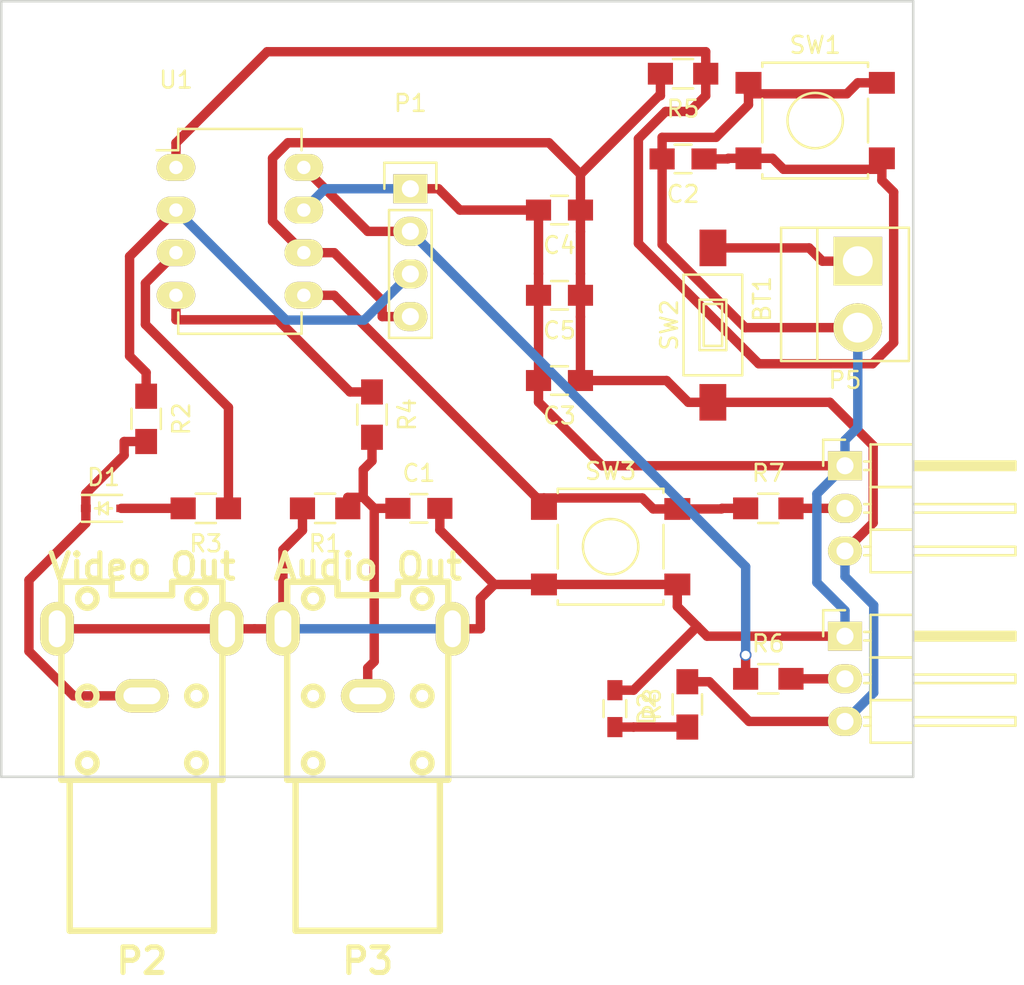
<source format=kicad_pcb>
(kicad_pcb (version 4) (host pcbnew 4.0.2-stable)

  (general
    (links 51)
    (no_connects 0)
    (area 130.480999 87.808999 191.904001 146.685)
    (thickness 1.6)
    (drawings 4)
    (tracks 164)
    (zones 0)
    (modules 25)
    (nets 16)
  )

  (page A4)
  (layers
    (0 F.Cu signal)
    (31 B.Cu signal)
    (32 B.Adhes user)
    (33 F.Adhes user)
    (34 B.Paste user)
    (35 F.Paste user)
    (36 B.SilkS user)
    (37 F.SilkS user)
    (38 B.Mask user)
    (39 F.Mask user)
    (40 Dwgs.User user)
    (41 Cmts.User user)
    (42 Eco1.User user)
    (43 Eco2.User user)
    (44 Edge.Cuts user)
    (45 Margin user)
    (46 B.CrtYd user)
    (47 F.CrtYd user)
    (48 B.Fab user)
    (49 F.Fab user)
  )

  (setup
    (last_trace_width 0.25)
    (trace_clearance 0.2)
    (zone_clearance 0.508)
    (zone_45_only no)
    (trace_min 0.2)
    (segment_width 0.2)
    (edge_width 0.15)
    (via_size 0.6)
    (via_drill 0.4)
    (via_min_size 0.4)
    (via_min_drill 0.3)
    (uvia_size 0.3)
    (uvia_drill 0.1)
    (uvias_allowed no)
    (uvia_min_size 0.2)
    (uvia_min_drill 0.1)
    (pcb_text_width 0.3)
    (pcb_text_size 1.5 1.5)
    (mod_edge_width 0.15)
    (mod_text_size 1 1)
    (mod_text_width 0.15)
    (pad_size 1.524 1.524)
    (pad_drill 0.762)
    (pad_to_mask_clearance 0.2)
    (aux_axis_origin 0 0)
    (visible_elements 7FFFFFFF)
    (pcbplotparams
      (layerselection 0x00030_80000001)
      (usegerberextensions false)
      (excludeedgelayer true)
      (linewidth 0.100000)
      (plotframeref false)
      (viasonmask false)
      (mode 1)
      (useauxorigin false)
      (hpglpennumber 1)
      (hpglpenspeed 20)
      (hpglpendiameter 15)
      (hpglpenoverlay 2)
      (psnegative false)
      (psa4output false)
      (plotreference true)
      (plotvalue true)
      (plotinvisibletext false)
      (padsonsilk false)
      (subtractmaskfromsilk false)
      (outputformat 1)
      (mirror false)
      (drillshape 1)
      (scaleselection 1)
      (outputdirectory ""))
  )

  (net 0 "")
  (net 1 "Net-(BT1-Pad1)")
  (net 2 GND)
  (net 3 "Net-(C1-Pad1)")
  (net 4 "Net-(C2-Pad1)")
  (net 5 VDD)
  (net 6 "Net-(D1-Pad1)")
  (net 7 "Net-(D1-Pad2)")
  (net 8 "Net-(D2-Pad2)")
  (net 9 /P1)
  (net 10 /DSYNC)
  (net 11 "Net-(P4-Pad2)")
  (net 12 "Net-(P5-Pad2)")
  (net 13 /DVIDEO)
  (net 14 /DAUDIO)
  (net 15 /P2)

  (net_class Default "This is the default net class."
    (clearance 0.2)
    (trace_width 0.25)
    (via_dia 0.6)
    (via_drill 0.4)
    (uvia_dia 0.3)
    (uvia_drill 0.1)
  )

  (net_class "Laser PCB" ""
    (clearance 0.381)
    (trace_width 0.5588)
    (via_dia 0.7)
    (via_drill 0.508)
    (uvia_dia 0.7)
    (uvia_drill 0.508)
    (add_net /DAUDIO)
    (add_net /DSYNC)
    (add_net /DVIDEO)
    (add_net /P1)
    (add_net /P2)
    (add_net GND)
    (add_net "Net-(BT1-Pad1)")
    (add_net "Net-(C1-Pad1)")
    (add_net "Net-(C2-Pad1)")
    (add_net "Net-(D1-Pad1)")
    (add_net "Net-(D1-Pad2)")
    (add_net "Net-(D2-Pad2)")
    (add_net "Net-(P4-Pad2)")
    (add_net "Net-(P5-Pad2)")
    (add_net VDD)
  )

  (module Pin_Headers:Pin_Header_Straight_1x02_Pitch3.96mm_Friction_Lock locked (layer F.Cu) (tedit 551E6FC5) (tstamp 570438F7)
    (at 181.61 103.378 270)
    (descr "Header Pin, Unshrouded, Friction Lock, Pitch 0.156\" (3.96mm)")
    (tags "Pin Header Straight 1x02 Pitch3.96mm 640445-2")
    (path /56FF4D0C)
    (fp_text reference BT1 (at 2.25 5.7 270) (layer F.SilkS)
      (effects (font (size 1 1) (thickness 0.15)))
    )
    (fp_text value Battery (at 2.45 -4.15 270) (layer F.Fab)
      (effects (font (size 1 1) (thickness 0.15)))
    )
    (fp_line (start -2.25 -3.3) (end 6.2 -3.3) (layer F.CrtYd) (width 0.05))
    (fp_line (start 6.2 -3.3) (end 6.2 4.85) (layer F.CrtYd) (width 0.05))
    (fp_line (start 6.2 4.85) (end -2.25 4.85) (layer F.CrtYd) (width 0.05))
    (fp_line (start -2.25 4.85) (end -2.25 -3.3) (layer F.CrtYd) (width 0.05))
    (fp_line (start -1.9939 -3.048) (end 5.9309 -3.048) (layer F.SilkS) (width 0.15))
    (fp_line (start -1.9939 4.572) (end 5.9309 4.572) (layer F.SilkS) (width 0.15))
    (fp_line (start -1.9939 2.413) (end 5.9309 2.413) (layer F.SilkS) (width 0.15))
    (fp_line (start 5.95 -3.048) (end 5.95 4.572) (layer F.SilkS) (width 0.15))
    (fp_line (start -1.9939 -3.048) (end -1.9939 4.572) (layer F.SilkS) (width 0.15))
    (pad 1 thru_hole rect (at 0 0 270) (size 2.9 2.9) (drill 1.78) (layers *.Cu *.Mask F.SilkS)
      (net 1 "Net-(BT1-Pad1)"))
    (pad 2 thru_hole circle (at 3.96 0 270) (size 2.9 2.9) (drill 1.78) (layers *.Cu *.Mask F.SilkS)
      (net 2 GND))
    (model Pin_Headers.3dshapes/Pin_Header_Straight_1x02_Pitch3.96mm_Friction_Lock.wrl
      (at (xyz 0.08 0 0.125))
      (scale (xyz 0.39 0.39 0.39))
      (rotate (xyz 0 0 180))
    )
  )

  (module Capacitors_SMD:C_0805_HandSoldering locked (layer F.Cu) (tedit 541A9B8D) (tstamp 570438FD)
    (at 155.448 118.11)
    (descr "Capacitor SMD 0805, hand soldering")
    (tags "capacitor 0805")
    (path /56FF1079)
    (attr smd)
    (fp_text reference C1 (at 0 -2.1) (layer F.SilkS)
      (effects (font (size 1 1) (thickness 0.15)))
    )
    (fp_text value 2.2n (at 0 2.1) (layer F.Fab)
      (effects (font (size 1 1) (thickness 0.15)))
    )
    (fp_line (start -2.3 -1) (end 2.3 -1) (layer F.CrtYd) (width 0.05))
    (fp_line (start -2.3 1) (end 2.3 1) (layer F.CrtYd) (width 0.05))
    (fp_line (start -2.3 -1) (end -2.3 1) (layer F.CrtYd) (width 0.05))
    (fp_line (start 2.3 -1) (end 2.3 1) (layer F.CrtYd) (width 0.05))
    (fp_line (start 0.5 -0.85) (end -0.5 -0.85) (layer F.SilkS) (width 0.15))
    (fp_line (start -0.5 0.85) (end 0.5 0.85) (layer F.SilkS) (width 0.15))
    (pad 1 smd rect (at -1.25 0) (size 1.5 1.25) (layers F.Cu F.Paste F.Mask)
      (net 3 "Net-(C1-Pad1)"))
    (pad 2 smd rect (at 1.25 0) (size 1.5 1.25) (layers F.Cu F.Paste F.Mask)
      (net 2 GND))
    (model Capacitors_SMD.3dshapes/C_0805_HandSoldering.wrl
      (at (xyz 0 0 0))
      (scale (xyz 1 1 1))
      (rotate (xyz 0 0 0))
    )
  )

  (module Capacitors_SMD:C_0805_HandSoldering placed (layer F.Cu) (tedit 541A9B8D) (tstamp 57043903)
    (at 171.196 97.282 180)
    (descr "Capacitor SMD 0805, hand soldering")
    (tags "capacitor 0805")
    (path /56FF55BE)
    (attr smd)
    (fp_text reference C2 (at 0 -2.1 180) (layer F.SilkS)
      (effects (font (size 1 1) (thickness 0.15)))
    )
    (fp_text value 100n (at 0 2.1 180) (layer F.Fab)
      (effects (font (size 1 1) (thickness 0.15)))
    )
    (fp_line (start -2.3 -1) (end 2.3 -1) (layer F.CrtYd) (width 0.05))
    (fp_line (start -2.3 1) (end 2.3 1) (layer F.CrtYd) (width 0.05))
    (fp_line (start -2.3 -1) (end -2.3 1) (layer F.CrtYd) (width 0.05))
    (fp_line (start 2.3 -1) (end 2.3 1) (layer F.CrtYd) (width 0.05))
    (fp_line (start 0.5 -0.85) (end -0.5 -0.85) (layer F.SilkS) (width 0.15))
    (fp_line (start -0.5 0.85) (end 0.5 0.85) (layer F.SilkS) (width 0.15))
    (pad 1 smd rect (at -1.25 0 180) (size 1.5 1.25) (layers F.Cu F.Paste F.Mask)
      (net 4 "Net-(C2-Pad1)"))
    (pad 2 smd rect (at 1.25 0 180) (size 1.5 1.25) (layers F.Cu F.Paste F.Mask)
      (net 2 GND))
    (model Capacitors_SMD.3dshapes/C_0805_HandSoldering.wrl
      (at (xyz 0 0 0))
      (scale (xyz 1 1 1))
      (rotate (xyz 0 0 0))
    )
  )

  (module Capacitors_SMD:C_0805_HandSoldering placed (layer F.Cu) (tedit 541A9B8D) (tstamp 57043909)
    (at 163.83 110.49 180)
    (descr "Capacitor SMD 0805, hand soldering")
    (tags "capacitor 0805")
    (path /57009B5C)
    (attr smd)
    (fp_text reference C3 (at 0 -2.1 180) (layer F.SilkS)
      (effects (font (size 1 1) (thickness 0.15)))
    )
    (fp_text value 100n (at 0 2.1 180) (layer F.Fab)
      (effects (font (size 1 1) (thickness 0.15)))
    )
    (fp_line (start -2.3 -1) (end 2.3 -1) (layer F.CrtYd) (width 0.05))
    (fp_line (start -2.3 1) (end 2.3 1) (layer F.CrtYd) (width 0.05))
    (fp_line (start -2.3 -1) (end -2.3 1) (layer F.CrtYd) (width 0.05))
    (fp_line (start 2.3 -1) (end 2.3 1) (layer F.CrtYd) (width 0.05))
    (fp_line (start 0.5 -0.85) (end -0.5 -0.85) (layer F.SilkS) (width 0.15))
    (fp_line (start -0.5 0.85) (end 0.5 0.85) (layer F.SilkS) (width 0.15))
    (pad 1 smd rect (at -1.25 0 180) (size 1.5 1.25) (layers F.Cu F.Paste F.Mask)
      (net 5 VDD))
    (pad 2 smd rect (at 1.25 0 180) (size 1.5 1.25) (layers F.Cu F.Paste F.Mask)
      (net 2 GND))
    (model Capacitors_SMD.3dshapes/C_0805_HandSoldering.wrl
      (at (xyz 0 0 0))
      (scale (xyz 1 1 1))
      (rotate (xyz 0 0 0))
    )
  )

  (module Capacitors_SMD:C_0805_HandSoldering placed (layer F.Cu) (tedit 541A9B8D) (tstamp 5704390F)
    (at 163.83 100.33 180)
    (descr "Capacitor SMD 0805, hand soldering")
    (tags "capacitor 0805")
    (path /57009D53)
    (attr smd)
    (fp_text reference C4 (at 0 -2.1 180) (layer F.SilkS)
      (effects (font (size 1 1) (thickness 0.15)))
    )
    (fp_text value 100n (at 0 2.1 180) (layer F.Fab)
      (effects (font (size 1 1) (thickness 0.15)))
    )
    (fp_line (start -2.3 -1) (end 2.3 -1) (layer F.CrtYd) (width 0.05))
    (fp_line (start -2.3 1) (end 2.3 1) (layer F.CrtYd) (width 0.05))
    (fp_line (start -2.3 -1) (end -2.3 1) (layer F.CrtYd) (width 0.05))
    (fp_line (start 2.3 -1) (end 2.3 1) (layer F.CrtYd) (width 0.05))
    (fp_line (start 0.5 -0.85) (end -0.5 -0.85) (layer F.SilkS) (width 0.15))
    (fp_line (start -0.5 0.85) (end 0.5 0.85) (layer F.SilkS) (width 0.15))
    (pad 1 smd rect (at -1.25 0 180) (size 1.5 1.25) (layers F.Cu F.Paste F.Mask)
      (net 5 VDD))
    (pad 2 smd rect (at 1.25 0 180) (size 1.5 1.25) (layers F.Cu F.Paste F.Mask)
      (net 2 GND))
    (model Capacitors_SMD.3dshapes/C_0805_HandSoldering.wrl
      (at (xyz 0 0 0))
      (scale (xyz 1 1 1))
      (rotate (xyz 0 0 0))
    )
  )

  (module Capacitors_SMD:C_0805_HandSoldering (layer F.Cu) (tedit 541A9B8D) (tstamp 57043915)
    (at 163.83 105.41 180)
    (descr "Capacitor SMD 0805, hand soldering")
    (tags "capacitor 0805")
    (path /56FF44CF)
    (attr smd)
    (fp_text reference C5 (at 0 -2.1 180) (layer F.SilkS)
      (effects (font (size 1 1) (thickness 0.15)))
    )
    (fp_text value 100n (at 0 2.1 180) (layer F.Fab)
      (effects (font (size 1 1) (thickness 0.15)))
    )
    (fp_line (start -2.3 -1) (end 2.3 -1) (layer F.CrtYd) (width 0.05))
    (fp_line (start -2.3 1) (end 2.3 1) (layer F.CrtYd) (width 0.05))
    (fp_line (start -2.3 -1) (end -2.3 1) (layer F.CrtYd) (width 0.05))
    (fp_line (start 2.3 -1) (end 2.3 1) (layer F.CrtYd) (width 0.05))
    (fp_line (start 0.5 -0.85) (end -0.5 -0.85) (layer F.SilkS) (width 0.15))
    (fp_line (start -0.5 0.85) (end 0.5 0.85) (layer F.SilkS) (width 0.15))
    (pad 1 smd rect (at -1.25 0 180) (size 1.5 1.25) (layers F.Cu F.Paste F.Mask)
      (net 5 VDD))
    (pad 2 smd rect (at 1.25 0 180) (size 1.5 1.25) (layers F.Cu F.Paste F.Mask)
      (net 2 GND))
    (model Capacitors_SMD.3dshapes/C_0805_HandSoldering.wrl
      (at (xyz 0 0 0))
      (scale (xyz 1 1 1))
      (rotate (xyz 0 0 0))
    )
  )

  (module Diodes_SMD:SOD-323 locked (layer F.Cu) (tedit 5530FC5E) (tstamp 5704391B)
    (at 136.652 118.11)
    (descr SOD-323)
    (tags SOD-323)
    (path /56FF19F2)
    (attr smd)
    (fp_text reference D1 (at 0 -1.85) (layer F.SilkS)
      (effects (font (size 1 1) (thickness 0.15)))
    )
    (fp_text value BAS70JFILM (at 0.1 1.9) (layer F.Fab)
      (effects (font (size 1 1) (thickness 0.15)))
    )
    (fp_line (start 0.25 0) (end 0.5 0) (layer F.SilkS) (width 0.15))
    (fp_line (start -0.25 0) (end -0.5 0) (layer F.SilkS) (width 0.15))
    (fp_line (start -0.25 0) (end 0.25 -0.35) (layer F.SilkS) (width 0.15))
    (fp_line (start 0.25 -0.35) (end 0.25 0.35) (layer F.SilkS) (width 0.15))
    (fp_line (start 0.25 0.35) (end -0.25 0) (layer F.SilkS) (width 0.15))
    (fp_line (start -0.25 -0.35) (end -0.25 0.35) (layer F.SilkS) (width 0.15))
    (fp_line (start -1.5 -0.95) (end 1.5 -0.95) (layer F.CrtYd) (width 0.05))
    (fp_line (start 1.5 -0.95) (end 1.5 0.95) (layer F.CrtYd) (width 0.05))
    (fp_line (start -1.5 0.95) (end 1.5 0.95) (layer F.CrtYd) (width 0.05))
    (fp_line (start -1.5 -0.95) (end -1.5 0.95) (layer F.CrtYd) (width 0.05))
    (fp_line (start -1.3 0.8) (end 1.1 0.8) (layer F.SilkS) (width 0.15))
    (fp_line (start -1.3 -0.8) (end 1.1 -0.8) (layer F.SilkS) (width 0.15))
    (pad 1 smd rect (at -1.055 0) (size 0.59 0.45) (layers F.Cu F.Paste F.Mask)
      (net 6 "Net-(D1-Pad1)"))
    (pad 2 smd rect (at 1.055 0) (size 0.59 0.45) (layers F.Cu F.Paste F.Mask)
      (net 7 "Net-(D1-Pad2)"))
  )

  (module Resistors_SMD:R_0603_HandSoldering placed (layer F.Cu) (tedit 5418A00F) (tstamp 57043921)
    (at 167.132 130.048 270)
    (descr "Resistor SMD 0603, hand soldering")
    (tags "resistor 0603")
    (path /57009AEB)
    (attr smd)
    (fp_text reference D2 (at 0 -1.9 270) (layer F.SilkS)
      (effects (font (size 1 1) (thickness 0.15)))
    )
    (fp_text value "PWR LED" (at 0 1.9 270) (layer F.Fab)
      (effects (font (size 1 1) (thickness 0.15)))
    )
    (fp_line (start -2 -0.8) (end 2 -0.8) (layer F.CrtYd) (width 0.05))
    (fp_line (start -2 0.8) (end 2 0.8) (layer F.CrtYd) (width 0.05))
    (fp_line (start -2 -0.8) (end -2 0.8) (layer F.CrtYd) (width 0.05))
    (fp_line (start 2 -0.8) (end 2 0.8) (layer F.CrtYd) (width 0.05))
    (fp_line (start 0.5 0.675) (end -0.5 0.675) (layer F.SilkS) (width 0.15))
    (fp_line (start -0.5 -0.675) (end 0.5 -0.675) (layer F.SilkS) (width 0.15))
    (pad 1 smd rect (at -1.1 0 270) (size 1.2 0.9) (layers F.Cu F.Paste F.Mask)
      (net 2 GND))
    (pad 2 smd rect (at 1.1 0 270) (size 1.2 0.9) (layers F.Cu F.Paste F.Mask)
      (net 8 "Net-(D2-Pad2)"))
    (model Resistors_SMD.3dshapes/R_0603_HandSoldering.wrl
      (at (xyz 0 0 0))
      (scale (xyz 1 1 1))
      (rotate (xyz 0 0 0))
    )
  )

  (module Pin_Headers:Pin_Header_Angled_1x03 locked (layer F.Cu) (tedit 0) (tstamp 5704393E)
    (at 180.848 125.73)
    (descr "Through hole pin header")
    (tags "pin header")
    (path /56FF2CB4)
    (fp_text reference P4 (at 0 -5.1) (layer F.SilkS)
      (effects (font (size 1 1) (thickness 0.15)))
    )
    (fp_text value "Paddle 1" (at 0 -3.1) (layer F.Fab)
      (effects (font (size 1 1) (thickness 0.15)))
    )
    (fp_line (start -1.5 -1.75) (end -1.5 6.85) (layer F.CrtYd) (width 0.05))
    (fp_line (start 10.65 -1.75) (end 10.65 6.85) (layer F.CrtYd) (width 0.05))
    (fp_line (start -1.5 -1.75) (end 10.65 -1.75) (layer F.CrtYd) (width 0.05))
    (fp_line (start -1.5 6.85) (end 10.65 6.85) (layer F.CrtYd) (width 0.05))
    (fp_line (start -1.3 -1.55) (end -1.3 0) (layer F.SilkS) (width 0.15))
    (fp_line (start 0 -1.55) (end -1.3 -1.55) (layer F.SilkS) (width 0.15))
    (fp_line (start 4.191 -0.127) (end 10.033 -0.127) (layer F.SilkS) (width 0.15))
    (fp_line (start 10.033 -0.127) (end 10.033 0.127) (layer F.SilkS) (width 0.15))
    (fp_line (start 10.033 0.127) (end 4.191 0.127) (layer F.SilkS) (width 0.15))
    (fp_line (start 4.191 0.127) (end 4.191 0) (layer F.SilkS) (width 0.15))
    (fp_line (start 4.191 0) (end 10.033 0) (layer F.SilkS) (width 0.15))
    (fp_line (start 1.524 -0.254) (end 1.143 -0.254) (layer F.SilkS) (width 0.15))
    (fp_line (start 1.524 0.254) (end 1.143 0.254) (layer F.SilkS) (width 0.15))
    (fp_line (start 1.524 2.286) (end 1.143 2.286) (layer F.SilkS) (width 0.15))
    (fp_line (start 1.524 2.794) (end 1.143 2.794) (layer F.SilkS) (width 0.15))
    (fp_line (start 1.524 4.826) (end 1.143 4.826) (layer F.SilkS) (width 0.15))
    (fp_line (start 1.524 5.334) (end 1.143 5.334) (layer F.SilkS) (width 0.15))
    (fp_line (start 4.064 1.27) (end 4.064 -1.27) (layer F.SilkS) (width 0.15))
    (fp_line (start 10.16 0.254) (end 4.064 0.254) (layer F.SilkS) (width 0.15))
    (fp_line (start 10.16 -0.254) (end 10.16 0.254) (layer F.SilkS) (width 0.15))
    (fp_line (start 4.064 -0.254) (end 10.16 -0.254) (layer F.SilkS) (width 0.15))
    (fp_line (start 1.524 1.27) (end 4.064 1.27) (layer F.SilkS) (width 0.15))
    (fp_line (start 1.524 -1.27) (end 1.524 1.27) (layer F.SilkS) (width 0.15))
    (fp_line (start 1.524 -1.27) (end 4.064 -1.27) (layer F.SilkS) (width 0.15))
    (fp_line (start 1.524 3.81) (end 4.064 3.81) (layer F.SilkS) (width 0.15))
    (fp_line (start 1.524 3.81) (end 1.524 6.35) (layer F.SilkS) (width 0.15))
    (fp_line (start 4.064 4.826) (end 10.16 4.826) (layer F.SilkS) (width 0.15))
    (fp_line (start 10.16 4.826) (end 10.16 5.334) (layer F.SilkS) (width 0.15))
    (fp_line (start 10.16 5.334) (end 4.064 5.334) (layer F.SilkS) (width 0.15))
    (fp_line (start 4.064 6.35) (end 4.064 3.81) (layer F.SilkS) (width 0.15))
    (fp_line (start 4.064 3.81) (end 4.064 1.27) (layer F.SilkS) (width 0.15))
    (fp_line (start 10.16 2.794) (end 4.064 2.794) (layer F.SilkS) (width 0.15))
    (fp_line (start 10.16 2.286) (end 10.16 2.794) (layer F.SilkS) (width 0.15))
    (fp_line (start 4.064 2.286) (end 10.16 2.286) (layer F.SilkS) (width 0.15))
    (fp_line (start 1.524 3.81) (end 4.064 3.81) (layer F.SilkS) (width 0.15))
    (fp_line (start 1.524 1.27) (end 1.524 3.81) (layer F.SilkS) (width 0.15))
    (fp_line (start 1.524 1.27) (end 4.064 1.27) (layer F.SilkS) (width 0.15))
    (fp_line (start 1.524 6.35) (end 4.064 6.35) (layer F.SilkS) (width 0.15))
    (pad 1 thru_hole rect (at 0 0) (size 2.032 1.7272) (drill 1.016) (layers *.Cu *.Mask F.SilkS)
      (net 2 GND))
    (pad 2 thru_hole oval (at 0 2.54) (size 2.032 1.7272) (drill 1.016) (layers *.Cu *.Mask F.SilkS)
      (net 11 "Net-(P4-Pad2)"))
    (pad 3 thru_hole oval (at 0 5.08) (size 2.032 1.7272) (drill 1.016) (layers *.Cu *.Mask F.SilkS)
      (net 5 VDD))
    (model Pin_Headers.3dshapes/Pin_Header_Angled_1x03.wrl
      (at (xyz 0 -0.1 0))
      (scale (xyz 1 1 1))
      (rotate (xyz 0 0 90))
    )
  )

  (module Pin_Headers:Pin_Header_Angled_1x03 locked (layer F.Cu) (tedit 0) (tstamp 57043945)
    (at 180.848 115.57)
    (descr "Through hole pin header")
    (tags "pin header")
    (path /56FF2D0F)
    (fp_text reference P5 (at 0 -5.1) (layer F.SilkS)
      (effects (font (size 1 1) (thickness 0.15)))
    )
    (fp_text value "Paddle 2" (at 0 -3.1) (layer F.Fab)
      (effects (font (size 1 1) (thickness 0.15)))
    )
    (fp_line (start -1.5 -1.75) (end -1.5 6.85) (layer F.CrtYd) (width 0.05))
    (fp_line (start 10.65 -1.75) (end 10.65 6.85) (layer F.CrtYd) (width 0.05))
    (fp_line (start -1.5 -1.75) (end 10.65 -1.75) (layer F.CrtYd) (width 0.05))
    (fp_line (start -1.5 6.85) (end 10.65 6.85) (layer F.CrtYd) (width 0.05))
    (fp_line (start -1.3 -1.55) (end -1.3 0) (layer F.SilkS) (width 0.15))
    (fp_line (start 0 -1.55) (end -1.3 -1.55) (layer F.SilkS) (width 0.15))
    (fp_line (start 4.191 -0.127) (end 10.033 -0.127) (layer F.SilkS) (width 0.15))
    (fp_line (start 10.033 -0.127) (end 10.033 0.127) (layer F.SilkS) (width 0.15))
    (fp_line (start 10.033 0.127) (end 4.191 0.127) (layer F.SilkS) (width 0.15))
    (fp_line (start 4.191 0.127) (end 4.191 0) (layer F.SilkS) (width 0.15))
    (fp_line (start 4.191 0) (end 10.033 0) (layer F.SilkS) (width 0.15))
    (fp_line (start 1.524 -0.254) (end 1.143 -0.254) (layer F.SilkS) (width 0.15))
    (fp_line (start 1.524 0.254) (end 1.143 0.254) (layer F.SilkS) (width 0.15))
    (fp_line (start 1.524 2.286) (end 1.143 2.286) (layer F.SilkS) (width 0.15))
    (fp_line (start 1.524 2.794) (end 1.143 2.794) (layer F.SilkS) (width 0.15))
    (fp_line (start 1.524 4.826) (end 1.143 4.826) (layer F.SilkS) (width 0.15))
    (fp_line (start 1.524 5.334) (end 1.143 5.334) (layer F.SilkS) (width 0.15))
    (fp_line (start 4.064 1.27) (end 4.064 -1.27) (layer F.SilkS) (width 0.15))
    (fp_line (start 10.16 0.254) (end 4.064 0.254) (layer F.SilkS) (width 0.15))
    (fp_line (start 10.16 -0.254) (end 10.16 0.254) (layer F.SilkS) (width 0.15))
    (fp_line (start 4.064 -0.254) (end 10.16 -0.254) (layer F.SilkS) (width 0.15))
    (fp_line (start 1.524 1.27) (end 4.064 1.27) (layer F.SilkS) (width 0.15))
    (fp_line (start 1.524 -1.27) (end 1.524 1.27) (layer F.SilkS) (width 0.15))
    (fp_line (start 1.524 -1.27) (end 4.064 -1.27) (layer F.SilkS) (width 0.15))
    (fp_line (start 1.524 3.81) (end 4.064 3.81) (layer F.SilkS) (width 0.15))
    (fp_line (start 1.524 3.81) (end 1.524 6.35) (layer F.SilkS) (width 0.15))
    (fp_line (start 4.064 4.826) (end 10.16 4.826) (layer F.SilkS) (width 0.15))
    (fp_line (start 10.16 4.826) (end 10.16 5.334) (layer F.SilkS) (width 0.15))
    (fp_line (start 10.16 5.334) (end 4.064 5.334) (layer F.SilkS) (width 0.15))
    (fp_line (start 4.064 6.35) (end 4.064 3.81) (layer F.SilkS) (width 0.15))
    (fp_line (start 4.064 3.81) (end 4.064 1.27) (layer F.SilkS) (width 0.15))
    (fp_line (start 10.16 2.794) (end 4.064 2.794) (layer F.SilkS) (width 0.15))
    (fp_line (start 10.16 2.286) (end 10.16 2.794) (layer F.SilkS) (width 0.15))
    (fp_line (start 4.064 2.286) (end 10.16 2.286) (layer F.SilkS) (width 0.15))
    (fp_line (start 1.524 3.81) (end 4.064 3.81) (layer F.SilkS) (width 0.15))
    (fp_line (start 1.524 1.27) (end 1.524 3.81) (layer F.SilkS) (width 0.15))
    (fp_line (start 1.524 1.27) (end 4.064 1.27) (layer F.SilkS) (width 0.15))
    (fp_line (start 1.524 6.35) (end 4.064 6.35) (layer F.SilkS) (width 0.15))
    (pad 1 thru_hole rect (at 0 0) (size 2.032 1.7272) (drill 1.016) (layers *.Cu *.Mask F.SilkS)
      (net 2 GND))
    (pad 2 thru_hole oval (at 0 2.54) (size 2.032 1.7272) (drill 1.016) (layers *.Cu *.Mask F.SilkS)
      (net 12 "Net-(P5-Pad2)"))
    (pad 3 thru_hole oval (at 0 5.08) (size 2.032 1.7272) (drill 1.016) (layers *.Cu *.Mask F.SilkS)
      (net 5 VDD))
    (model Pin_Headers.3dshapes/Pin_Header_Angled_1x03.wrl
      (at (xyz 0 -0.1 0))
      (scale (xyz 1 1 1))
      (rotate (xyz 0 0 90))
    )
  )

  (module Resistors_SMD:R_0805_HandSoldering locked (layer F.Cu) (tedit 54189DEE) (tstamp 5704394B)
    (at 149.86 118.11 180)
    (descr "Resistor SMD 0805, hand soldering")
    (tags "resistor 0805")
    (path /56FF0FE3)
    (attr smd)
    (fp_text reference R1 (at 0 -2.1 180) (layer F.SilkS)
      (effects (font (size 1 1) (thickness 0.15)))
    )
    (fp_text value 620R (at 0 2.1 180) (layer F.Fab)
      (effects (font (size 1 1) (thickness 0.15)))
    )
    (fp_line (start -2.4 -1) (end 2.4 -1) (layer F.CrtYd) (width 0.05))
    (fp_line (start -2.4 1) (end 2.4 1) (layer F.CrtYd) (width 0.05))
    (fp_line (start -2.4 -1) (end -2.4 1) (layer F.CrtYd) (width 0.05))
    (fp_line (start 2.4 -1) (end 2.4 1) (layer F.CrtYd) (width 0.05))
    (fp_line (start 0.6 0.875) (end -0.6 0.875) (layer F.SilkS) (width 0.15))
    (fp_line (start -0.6 -0.875) (end 0.6 -0.875) (layer F.SilkS) (width 0.15))
    (pad 1 smd rect (at -1.35 0 180) (size 1.5 1.3) (layers F.Cu F.Paste F.Mask)
      (net 3 "Net-(C1-Pad1)"))
    (pad 2 smd rect (at 1.35 0 180) (size 1.5 1.3) (layers F.Cu F.Paste F.Mask)
      (net 2 GND))
    (model Resistors_SMD.3dshapes/R_0805_HandSoldering.wrl
      (at (xyz 0 0 0))
      (scale (xyz 1 1 1))
      (rotate (xyz 0 0 0))
    )
  )

  (module Resistors_SMD:R_0805_HandSoldering locked (layer F.Cu) (tedit 54189DEE) (tstamp 57043951)
    (at 139.192 112.776 270)
    (descr "Resistor SMD 0805, hand soldering")
    (tags "resistor 0805")
    (path /56FF1929)
    (attr smd)
    (fp_text reference R2 (at 0 -2.1 270) (layer F.SilkS)
      (effects (font (size 1 1) (thickness 0.15)))
    )
    (fp_text value 680R (at 0 2.1 270) (layer F.Fab)
      (effects (font (size 1 1) (thickness 0.15)))
    )
    (fp_line (start -2.4 -1) (end 2.4 -1) (layer F.CrtYd) (width 0.05))
    (fp_line (start -2.4 1) (end 2.4 1) (layer F.CrtYd) (width 0.05))
    (fp_line (start -2.4 -1) (end -2.4 1) (layer F.CrtYd) (width 0.05))
    (fp_line (start 2.4 -1) (end 2.4 1) (layer F.CrtYd) (width 0.05))
    (fp_line (start 0.6 0.875) (end -0.6 0.875) (layer F.SilkS) (width 0.15))
    (fp_line (start -0.6 -0.875) (end 0.6 -0.875) (layer F.SilkS) (width 0.15))
    (pad 1 smd rect (at -1.35 0 270) (size 1.5 1.3) (layers F.Cu F.Paste F.Mask)
      (net 10 /DSYNC))
    (pad 2 smd rect (at 1.35 0 270) (size 1.5 1.3) (layers F.Cu F.Paste F.Mask)
      (net 6 "Net-(D1-Pad1)"))
    (model Resistors_SMD.3dshapes/R_0805_HandSoldering.wrl
      (at (xyz 0 0 0))
      (scale (xyz 1 1 1))
      (rotate (xyz 0 0 0))
    )
  )

  (module Resistors_SMD:R_0805_HandSoldering locked (layer F.Cu) (tedit 54189DEE) (tstamp 57043957)
    (at 142.748 118.11 180)
    (descr "Resistor SMD 0805, hand soldering")
    (tags "resistor 0805")
    (path /56FF1C44)
    (attr smd)
    (fp_text reference R3 (at 0 -2.1 180) (layer F.SilkS)
      (effects (font (size 1 1) (thickness 0.15)))
    )
    (fp_text value 120R (at 0 2.1 180) (layer F.Fab)
      (effects (font (size 1 1) (thickness 0.15)))
    )
    (fp_line (start -2.4 -1) (end 2.4 -1) (layer F.CrtYd) (width 0.05))
    (fp_line (start -2.4 1) (end 2.4 1) (layer F.CrtYd) (width 0.05))
    (fp_line (start -2.4 -1) (end -2.4 1) (layer F.CrtYd) (width 0.05))
    (fp_line (start 2.4 -1) (end 2.4 1) (layer F.CrtYd) (width 0.05))
    (fp_line (start 0.6 0.875) (end -0.6 0.875) (layer F.SilkS) (width 0.15))
    (fp_line (start -0.6 -0.875) (end 0.6 -0.875) (layer F.SilkS) (width 0.15))
    (pad 1 smd rect (at -1.35 0 180) (size 1.5 1.3) (layers F.Cu F.Paste F.Mask)
      (net 13 /DVIDEO))
    (pad 2 smd rect (at 1.35 0 180) (size 1.5 1.3) (layers F.Cu F.Paste F.Mask)
      (net 7 "Net-(D1-Pad2)"))
    (model Resistors_SMD.3dshapes/R_0805_HandSoldering.wrl
      (at (xyz 0 0 0))
      (scale (xyz 1 1 1))
      (rotate (xyz 0 0 0))
    )
  )

  (module Resistors_SMD:R_0805_HandSoldering locked (layer F.Cu) (tedit 54189DEE) (tstamp 5704395D)
    (at 152.654 112.522 270)
    (descr "Resistor SMD 0805, hand soldering")
    (tags "resistor 0805")
    (path /56FF1496)
    (attr smd)
    (fp_text reference R4 (at 0 -2.1 270) (layer F.SilkS)
      (effects (font (size 1 1) (thickness 0.15)))
    )
    (fp_text value 10K (at 0 2.1 270) (layer F.Fab)
      (effects (font (size 1 1) (thickness 0.15)))
    )
    (fp_line (start -2.4 -1) (end 2.4 -1) (layer F.CrtYd) (width 0.05))
    (fp_line (start -2.4 1) (end 2.4 1) (layer F.CrtYd) (width 0.05))
    (fp_line (start -2.4 -1) (end -2.4 1) (layer F.CrtYd) (width 0.05))
    (fp_line (start 2.4 -1) (end 2.4 1) (layer F.CrtYd) (width 0.05))
    (fp_line (start 0.6 0.875) (end -0.6 0.875) (layer F.SilkS) (width 0.15))
    (fp_line (start -0.6 -0.875) (end 0.6 -0.875) (layer F.SilkS) (width 0.15))
    (pad 1 smd rect (at -1.35 0 270) (size 1.5 1.3) (layers F.Cu F.Paste F.Mask)
      (net 14 /DAUDIO))
    (pad 2 smd rect (at 1.35 0 270) (size 1.5 1.3) (layers F.Cu F.Paste F.Mask)
      (net 3 "Net-(C1-Pad1)"))
    (model Resistors_SMD.3dshapes/R_0805_HandSoldering.wrl
      (at (xyz 0 0 0))
      (scale (xyz 1 1 1))
      (rotate (xyz 0 0 0))
    )
  )

  (module Resistors_SMD:R_0805_HandSoldering placed (layer F.Cu) (tedit 54189DEE) (tstamp 57043963)
    (at 171.196 92.202 180)
    (descr "Resistor SMD 0805, hand soldering")
    (tags "resistor 0805")
    (path /56FF570E)
    (attr smd)
    (fp_text reference R5 (at 0 -2.1 180) (layer F.SilkS)
      (effects (font (size 1 1) (thickness 0.15)))
    )
    (fp_text value 10K (at 0 2.1 180) (layer F.Fab)
      (effects (font (size 1 1) (thickness 0.15)))
    )
    (fp_line (start -2.4 -1) (end 2.4 -1) (layer F.CrtYd) (width 0.05))
    (fp_line (start -2.4 1) (end 2.4 1) (layer F.CrtYd) (width 0.05))
    (fp_line (start -2.4 -1) (end -2.4 1) (layer F.CrtYd) (width 0.05))
    (fp_line (start 2.4 -1) (end 2.4 1) (layer F.CrtYd) (width 0.05))
    (fp_line (start 0.6 0.875) (end -0.6 0.875) (layer F.SilkS) (width 0.15))
    (fp_line (start -0.6 -0.875) (end 0.6 -0.875) (layer F.SilkS) (width 0.15))
    (pad 1 smd rect (at -1.35 0 180) (size 1.5 1.3) (layers F.Cu F.Paste F.Mask)
      (net 4 "Net-(C2-Pad1)"))
    (pad 2 smd rect (at 1.35 0 180) (size 1.5 1.3) (layers F.Cu F.Paste F.Mask)
      (net 5 VDD))
    (model Resistors_SMD.3dshapes/R_0805_HandSoldering.wrl
      (at (xyz 0 0 0))
      (scale (xyz 1 1 1))
      (rotate (xyz 0 0 0))
    )
  )

  (module Resistors_SMD:R_0805_HandSoldering locked (layer F.Cu) (tedit 54189DEE) (tstamp 57043969)
    (at 176.276 128.27)
    (descr "Resistor SMD 0805, hand soldering")
    (tags "resistor 0805")
    (path /56FF3B31)
    (attr smd)
    (fp_text reference R6 (at 0 -2.1) (layer F.SilkS)
      (effects (font (size 1 1) (thickness 0.15)))
    )
    (fp_text value 1K (at 0 2.1) (layer F.Fab)
      (effects (font (size 1 1) (thickness 0.15)))
    )
    (fp_line (start -2.4 -1) (end 2.4 -1) (layer F.CrtYd) (width 0.05))
    (fp_line (start -2.4 1) (end 2.4 1) (layer F.CrtYd) (width 0.05))
    (fp_line (start -2.4 -1) (end -2.4 1) (layer F.CrtYd) (width 0.05))
    (fp_line (start 2.4 -1) (end 2.4 1) (layer F.CrtYd) (width 0.05))
    (fp_line (start 0.6 0.875) (end -0.6 0.875) (layer F.SilkS) (width 0.15))
    (fp_line (start -0.6 -0.875) (end 0.6 -0.875) (layer F.SilkS) (width 0.15))
    (pad 1 smd rect (at -1.35 0) (size 1.5 1.3) (layers F.Cu F.Paste F.Mask)
      (net 9 /P1))
    (pad 2 smd rect (at 1.35 0) (size 1.5 1.3) (layers F.Cu F.Paste F.Mask)
      (net 11 "Net-(P4-Pad2)"))
    (model Resistors_SMD.3dshapes/R_0805_HandSoldering.wrl
      (at (xyz 0 0 0))
      (scale (xyz 1 1 1))
      (rotate (xyz 0 0 0))
    )
  )

  (module Resistors_SMD:R_0805_HandSoldering locked (layer F.Cu) (tedit 54189DEE) (tstamp 5704396F)
    (at 176.276 118.11)
    (descr "Resistor SMD 0805, hand soldering")
    (tags "resistor 0805")
    (path /56FF39AE)
    (attr smd)
    (fp_text reference R7 (at 0 -2.1) (layer F.SilkS)
      (effects (font (size 1 1) (thickness 0.15)))
    )
    (fp_text value 1K (at 0 2.1) (layer F.Fab)
      (effects (font (size 1 1) (thickness 0.15)))
    )
    (fp_line (start -2.4 -1) (end 2.4 -1) (layer F.CrtYd) (width 0.05))
    (fp_line (start -2.4 1) (end 2.4 1) (layer F.CrtYd) (width 0.05))
    (fp_line (start -2.4 -1) (end -2.4 1) (layer F.CrtYd) (width 0.05))
    (fp_line (start 2.4 -1) (end 2.4 1) (layer F.CrtYd) (width 0.05))
    (fp_line (start 0.6 0.875) (end -0.6 0.875) (layer F.SilkS) (width 0.15))
    (fp_line (start -0.6 -0.875) (end 0.6 -0.875) (layer F.SilkS) (width 0.15))
    (pad 1 smd rect (at -1.35 0) (size 1.5 1.3) (layers F.Cu F.Paste F.Mask)
      (net 15 /P2))
    (pad 2 smd rect (at 1.35 0) (size 1.5 1.3) (layers F.Cu F.Paste F.Mask)
      (net 12 "Net-(P5-Pad2)"))
    (model Resistors_SMD.3dshapes/R_0805_HandSoldering.wrl
      (at (xyz 0 0 0))
      (scale (xyz 1 1 1))
      (rotate (xyz 0 0 0))
    )
  )

  (module Resistors_SMD:R_0805_HandSoldering placed (layer F.Cu) (tedit 54189DEE) (tstamp 57043975)
    (at 171.45 129.794 90)
    (descr "Resistor SMD 0805, hand soldering")
    (tags "resistor 0805")
    (path /5700A2E6)
    (attr smd)
    (fp_text reference R8 (at 0 -2.1 90) (layer F.SilkS)
      (effects (font (size 1 1) (thickness 0.15)))
    )
    (fp_text value 120R (at 0 2.1 90) (layer F.Fab)
      (effects (font (size 1 1) (thickness 0.15)))
    )
    (fp_line (start -2.4 -1) (end 2.4 -1) (layer F.CrtYd) (width 0.05))
    (fp_line (start -2.4 1) (end 2.4 1) (layer F.CrtYd) (width 0.05))
    (fp_line (start -2.4 -1) (end -2.4 1) (layer F.CrtYd) (width 0.05))
    (fp_line (start 2.4 -1) (end 2.4 1) (layer F.CrtYd) (width 0.05))
    (fp_line (start 0.6 0.875) (end -0.6 0.875) (layer F.SilkS) (width 0.15))
    (fp_line (start -0.6 -0.875) (end 0.6 -0.875) (layer F.SilkS) (width 0.15))
    (pad 1 smd rect (at -1.35 0 90) (size 1.5 1.3) (layers F.Cu F.Paste F.Mask)
      (net 8 "Net-(D2-Pad2)"))
    (pad 2 smd rect (at 1.35 0 90) (size 1.5 1.3) (layers F.Cu F.Paste F.Mask)
      (net 5 VDD))
    (model Resistors_SMD.3dshapes/R_0805_HandSoldering.wrl
      (at (xyz 0 0 0))
      (scale (xyz 1 1 1))
      (rotate (xyz 0 0 0))
    )
  )

  (module Buttons_Switches_SMD:SW_SPST_B3S-1000 placed (layer F.Cu) (tedit 56EDA1C6) (tstamp 5704397D)
    (at 179.07 94.996)
    (descr "Surface Mount Tactile Switch for High-Density Packaging")
    (tags "Tactile Switch")
    (path /56FF58B1)
    (attr smd)
    (fp_text reference SW1 (at 0 -4.5) (layer F.SilkS)
      (effects (font (size 1 1) (thickness 0.15)))
    )
    (fp_text value ~Reset (at 0 4.5) (layer F.Fab)
      (effects (font (size 1 1) (thickness 0.15)))
    )
    (fp_line (start -5 3.7) (end 5 3.7) (layer F.CrtYd) (width 0.05))
    (fp_line (start 5 3.7) (end 5 -3.7) (layer F.CrtYd) (width 0.05))
    (fp_line (start 5 -3.7) (end -5 -3.7) (layer F.CrtYd) (width 0.05))
    (fp_line (start -5 -3.7) (end -5 3.7) (layer F.CrtYd) (width 0.05))
    (fp_line (start -3.15 -3.2) (end -3.15 -3.45) (layer F.SilkS) (width 0.15))
    (fp_line (start -3.15 -3.45) (end 3.15 -3.45) (layer F.SilkS) (width 0.15))
    (fp_line (start 3.15 -3.45) (end 3.15 -3.2) (layer F.SilkS) (width 0.15))
    (fp_line (start -3.15 1.3) (end -3.15 -1.3) (layer F.SilkS) (width 0.15))
    (fp_line (start 3.15 3.2) (end 3.15 3.45) (layer F.SilkS) (width 0.15))
    (fp_line (start 3.15 3.45) (end -3.15 3.45) (layer F.SilkS) (width 0.15))
    (fp_line (start -3.15 3.45) (end -3.15 3.2) (layer F.SilkS) (width 0.15))
    (fp_line (start 3.15 -1.3) (end 3.15 1.3) (layer F.SilkS) (width 0.15))
    (fp_circle (center 0 0) (end 1.65 0) (layer F.SilkS) (width 0.15))
    (fp_line (start -3 -3.3) (end 3 -3.3) (layer F.Fab) (width 0.15))
    (fp_line (start 3 -3.3) (end 3 3.3) (layer F.Fab) (width 0.15))
    (fp_line (start 3 3.3) (end -3 3.3) (layer F.Fab) (width 0.15))
    (fp_line (start -3 3.3) (end -3 -3.3) (layer F.Fab) (width 0.15))
    (pad 1 smd rect (at -3.975 -2.25) (size 1.55 1.3) (layers F.Cu F.Paste F.Mask)
      (net 2 GND))
    (pad 1 smd rect (at 3.975 -2.25) (size 1.55 1.3) (layers F.Cu F.Paste F.Mask)
      (net 2 GND))
    (pad 2 smd rect (at -3.975 2.25) (size 1.55 1.3) (layers F.Cu F.Paste F.Mask)
      (net 4 "Net-(C2-Pad1)"))
    (pad 2 smd rect (at 3.975 2.25) (size 1.55 1.3) (layers F.Cu F.Paste F.Mask)
      (net 4 "Net-(C2-Pad1)"))
  )

  (module Buttons_Switches_SMD:SW_SPST_FSMSM locked (layer F.Cu) (tedit 555C8B1B) (tstamp 57043983)
    (at 172.974 107.188 90)
    (descr http://www.te.com/commerce/DocumentDelivery/DDEController?Action=srchrtrv&DocNm=1437566-3&DocType=Customer+Drawing&DocLang=English)
    (tags "SPST button tactile switch")
    (path /56FF4F6E)
    (attr smd)
    (fp_text reference SW2 (at 0.01011 -2.60022 90) (layer F.SilkS)
      (effects (font (size 1 1) (thickness 0.15)))
    )
    (fp_text value Power (at 0.01011 -0.00022 90) (layer F.Fab)
      (effects (font (size 1 1) (thickness 0.15)))
    )
    (fp_line (start -1.23989 -0.55022) (end 1.26011 -0.55022) (layer F.SilkS) (width 0.15))
    (fp_line (start 1.26011 -0.55022) (end 1.26011 0.54978) (layer F.SilkS) (width 0.15))
    (fp_line (start 1.26011 0.54978) (end -1.23989 0.54978) (layer F.SilkS) (width 0.15))
    (fp_line (start -1.23989 0.54978) (end -1.23989 -0.55022) (layer F.SilkS) (width 0.15))
    (fp_line (start -1.48989 0.79978) (end 1.51011 0.79978) (layer F.SilkS) (width 0.15))
    (fp_line (start -1.48989 -0.80022) (end 1.51011 -0.80022) (layer F.SilkS) (width 0.15))
    (fp_line (start 1.51011 -0.80022) (end 1.51011 0.79978) (layer F.SilkS) (width 0.15))
    (fp_line (start -1.48989 -0.80022) (end -1.48989 0.79978) (layer F.SilkS) (width 0.15))
    (fp_line (start -5.95 2) (end 5.95 2) (layer F.CrtYd) (width 0.05))
    (fp_line (start 5.95 -2) (end 5.95 2) (layer F.CrtYd) (width 0.05))
    (fp_line (start -2.98989 1.74978) (end 3.01011 1.74978) (layer F.SilkS) (width 0.15))
    (fp_line (start -2.98989 -1.75022) (end 3.01011 -1.75022) (layer F.SilkS) (width 0.15))
    (fp_line (start -2.98989 -1.75022) (end -2.98989 1.74978) (layer F.SilkS) (width 0.15))
    (fp_line (start 3.01011 -1.75022) (end 3.01011 1.74978) (layer F.SilkS) (width 0.15))
    (fp_line (start -5.95 -2) (end -5.95 2) (layer F.CrtYd) (width 0.05))
    (fp_line (start -5.95 -2) (end 5.95 -2) (layer F.CrtYd) (width 0.05))
    (pad 1 smd rect (at -4.60243 -0.00232 90) (size 2.18 1.6) (layers F.Cu F.Paste F.Mask)
      (net 5 VDD))
    (pad 2 smd rect (at 4.60243 0.00232 90) (size 2.18 1.6) (layers F.Cu F.Paste F.Mask)
      (net 1 "Net-(BT1-Pad1)"))
  )

  (module Buttons_Switches_SMD:SW_SPST_B3S-1000 placed (layer F.Cu) (tedit 56EDA1C6) (tstamp 5704398B)
    (at 166.878 120.396)
    (descr "Surface Mount Tactile Switch for High-Density Packaging")
    (tags "Tactile Switch")
    (path /57006DFD)
    (attr smd)
    (fp_text reference SW3 (at 0 -4.5) (layer F.SilkS)
      (effects (font (size 1 1) (thickness 0.15)))
    )
    (fp_text value Program (at 0 4.5) (layer F.Fab)
      (effects (font (size 1 1) (thickness 0.15)))
    )
    (fp_line (start -5 3.7) (end 5 3.7) (layer F.CrtYd) (width 0.05))
    (fp_line (start 5 3.7) (end 5 -3.7) (layer F.CrtYd) (width 0.05))
    (fp_line (start 5 -3.7) (end -5 -3.7) (layer F.CrtYd) (width 0.05))
    (fp_line (start -5 -3.7) (end -5 3.7) (layer F.CrtYd) (width 0.05))
    (fp_line (start -3.15 -3.2) (end -3.15 -3.45) (layer F.SilkS) (width 0.15))
    (fp_line (start -3.15 -3.45) (end 3.15 -3.45) (layer F.SilkS) (width 0.15))
    (fp_line (start 3.15 -3.45) (end 3.15 -3.2) (layer F.SilkS) (width 0.15))
    (fp_line (start -3.15 1.3) (end -3.15 -1.3) (layer F.SilkS) (width 0.15))
    (fp_line (start 3.15 3.2) (end 3.15 3.45) (layer F.SilkS) (width 0.15))
    (fp_line (start 3.15 3.45) (end -3.15 3.45) (layer F.SilkS) (width 0.15))
    (fp_line (start -3.15 3.45) (end -3.15 3.2) (layer F.SilkS) (width 0.15))
    (fp_line (start 3.15 -1.3) (end 3.15 1.3) (layer F.SilkS) (width 0.15))
    (fp_circle (center 0 0) (end 1.65 0) (layer F.SilkS) (width 0.15))
    (fp_line (start -3 -3.3) (end 3 -3.3) (layer F.Fab) (width 0.15))
    (fp_line (start 3 -3.3) (end 3 3.3) (layer F.Fab) (width 0.15))
    (fp_line (start 3 3.3) (end -3 3.3) (layer F.Fab) (width 0.15))
    (fp_line (start -3 3.3) (end -3 -3.3) (layer F.Fab) (width 0.15))
    (pad 1 smd rect (at -3.975 -2.25) (size 1.55 1.3) (layers F.Cu F.Paste F.Mask)
      (net 15 /P2))
    (pad 1 smd rect (at 3.975 -2.25) (size 1.55 1.3) (layers F.Cu F.Paste F.Mask)
      (net 15 /P2))
    (pad 2 smd rect (at -3.975 2.25) (size 1.55 1.3) (layers F.Cu F.Paste F.Mask)
      (net 2 GND))
    (pad 2 smd rect (at 3.975 2.25) (size 1.55 1.3) (layers F.Cu F.Paste F.Mask)
      (net 2 GND))
  )

  (module Housings_DIP:DIP-8_W7.62mm_LongPads placed (layer F.Cu) (tedit 54130A77) (tstamp 57043997)
    (at 140.97 97.79)
    (descr "8-lead dip package, row spacing 7.62 mm (300 mils), longer pads")
    (tags "dil dip 2.54 300")
    (path /57016A3E)
    (fp_text reference U1 (at 0 -5.22) (layer F.SilkS)
      (effects (font (size 1 1) (thickness 0.15)))
    )
    (fp_text value LPC810M021FN8 (at 0 -3.72) (layer F.Fab)
      (effects (font (size 1 1) (thickness 0.15)))
    )
    (fp_line (start -1.4 -2.45) (end -1.4 10.1) (layer F.CrtYd) (width 0.05))
    (fp_line (start 9 -2.45) (end 9 10.1) (layer F.CrtYd) (width 0.05))
    (fp_line (start -1.4 -2.45) (end 9 -2.45) (layer F.CrtYd) (width 0.05))
    (fp_line (start -1.4 10.1) (end 9 10.1) (layer F.CrtYd) (width 0.05))
    (fp_line (start 0.135 -2.295) (end 0.135 -1.025) (layer F.SilkS) (width 0.15))
    (fp_line (start 7.485 -2.295) (end 7.485 -1.025) (layer F.SilkS) (width 0.15))
    (fp_line (start 7.485 9.915) (end 7.485 8.645) (layer F.SilkS) (width 0.15))
    (fp_line (start 0.135 9.915) (end 0.135 8.645) (layer F.SilkS) (width 0.15))
    (fp_line (start 0.135 -2.295) (end 7.485 -2.295) (layer F.SilkS) (width 0.15))
    (fp_line (start 0.135 9.915) (end 7.485 9.915) (layer F.SilkS) (width 0.15))
    (fp_line (start 0.135 -1.025) (end -1.15 -1.025) (layer F.SilkS) (width 0.15))
    (pad 1 thru_hole oval (at 0 0) (size 2.3 1.6) (drill 0.8) (layers *.Cu *.Mask F.SilkS)
      (net 4 "Net-(C2-Pad1)"))
    (pad 2 thru_hole oval (at 0 2.54) (size 2.3 1.6) (drill 0.8) (layers *.Cu *.Mask F.SilkS)
      (net 10 /DSYNC))
    (pad 3 thru_hole oval (at 0 5.08) (size 2.3 1.6) (drill 0.8) (layers *.Cu *.Mask F.SilkS)
      (net 13 /DVIDEO))
    (pad 4 thru_hole oval (at 0 7.62) (size 2.3 1.6) (drill 0.8) (layers *.Cu *.Mask F.SilkS)
      (net 14 /DAUDIO))
    (pad 5 thru_hole oval (at 7.62 7.62) (size 2.3 1.6) (drill 0.8) (layers *.Cu *.Mask F.SilkS)
      (net 15 /P2))
    (pad 6 thru_hole oval (at 7.62 5.08) (size 2.3 1.6) (drill 0.8) (layers *.Cu *.Mask F.SilkS)
      (net 5 VDD))
    (pad 7 thru_hole oval (at 7.62 2.54) (size 2.3 1.6) (drill 0.8) (layers *.Cu *.Mask F.SilkS)
      (net 2 GND))
    (pad 8 thru_hole oval (at 7.62 0) (size 2.3 1.6) (drill 0.8) (layers *.Cu *.Mask F.SilkS)
      (net 9 /P1))
    (model Housings_DIP.3dshapes/DIP-8_W7.62mm_LongPads.wrl
      (at (xyz 0 0 0))
      (scale (xyz 1 1 1))
      (rotate (xyz 0 0 0))
    )
  )

  (module Pin_Headers:Pin_Header_Straight_1x04 placed (layer F.Cu) (tedit 0) (tstamp 57044E55)
    (at 154.94 99.06)
    (descr "Through hole pin header")
    (tags "pin header")
    (path /56FF0C75)
    (fp_text reference P1 (at 0 -5.1) (layer F.SilkS)
      (effects (font (size 1 1) (thickness 0.15)))
    )
    (fp_text value "Serial Prog" (at 0 -3.1) (layer F.Fab)
      (effects (font (size 1 1) (thickness 0.15)))
    )
    (fp_line (start -1.75 -1.75) (end -1.75 9.4) (layer F.CrtYd) (width 0.05))
    (fp_line (start 1.75 -1.75) (end 1.75 9.4) (layer F.CrtYd) (width 0.05))
    (fp_line (start -1.75 -1.75) (end 1.75 -1.75) (layer F.CrtYd) (width 0.05))
    (fp_line (start -1.75 9.4) (end 1.75 9.4) (layer F.CrtYd) (width 0.05))
    (fp_line (start -1.27 1.27) (end -1.27 8.89) (layer F.SilkS) (width 0.15))
    (fp_line (start 1.27 1.27) (end 1.27 8.89) (layer F.SilkS) (width 0.15))
    (fp_line (start 1.55 -1.55) (end 1.55 0) (layer F.SilkS) (width 0.15))
    (fp_line (start -1.27 8.89) (end 1.27 8.89) (layer F.SilkS) (width 0.15))
    (fp_line (start 1.27 1.27) (end -1.27 1.27) (layer F.SilkS) (width 0.15))
    (fp_line (start -1.55 0) (end -1.55 -1.55) (layer F.SilkS) (width 0.15))
    (fp_line (start -1.55 -1.55) (end 1.55 -1.55) (layer F.SilkS) (width 0.15))
    (pad 1 thru_hole rect (at 0 0) (size 2.032 1.7272) (drill 1.016) (layers *.Cu *.Mask F.SilkS)
      (net 2 GND))
    (pad 2 thru_hole oval (at 0 2.54) (size 2.032 1.7272) (drill 1.016) (layers *.Cu *.Mask F.SilkS)
      (net 9 /P1))
    (pad 3 thru_hole oval (at 0 5.08) (size 2.032 1.7272) (drill 1.016) (layers *.Cu *.Mask F.SilkS)
      (net 10 /DSYNC))
    (pad 4 thru_hole oval (at 0 7.62) (size 2.032 1.7272) (drill 1.016) (layers *.Cu *.Mask F.SilkS)
      (net 5 VDD))
    (model Pin_Headers.3dshapes/Pin_Header_Straight_1x04.wrl
      (at (xyz 0 -0.15 0))
      (scale (xyz 1 1 1))
      (rotate (xyz 0 0 90))
    )
  )

  (module w_conn_av:rca_yellow locked (layer F.Cu) (tedit 0) (tstamp 570454EE)
    (at 138.938 129.286)
    (descr "RCA Audio connector, yellow, Pro Signal p/n PSG01547")
    (tags "rca, audio")
    (path /56FF0DA9)
    (fp_text reference P2 (at 0 15.7988) (layer F.SilkS)
      (effects (font (thickness 0.3048)))
    )
    (fp_text value "Video Out" (at 0 -7.69874) (layer F.SilkS)
      (effects (font (thickness 0.3048)))
    )
    (fp_circle (center -3.2512 -5.79882) (end -3.79984 -5.79882) (layer F.SilkS) (width 0.381))
    (fp_circle (center 3.2512 -5.79882) (end 2.70002 -5.84962) (layer F.SilkS) (width 0.381))
    (fp_circle (center 3.2512 4.0005) (end 2.70002 4.04876) (layer F.SilkS) (width 0.381))
    (fp_circle (center -3.2512 4.0005) (end -3.79984 3.9497) (layer F.SilkS) (width 0.381))
    (fp_circle (center -3.2512 0) (end -3.79984 0) (layer F.SilkS) (width 0.381))
    (fp_circle (center 3.2512 0) (end 2.70002 -0.0508) (layer F.SilkS) (width 0.381))
    (fp_line (start -4.30022 5.00126) (end -4.30022 14.00048) (layer F.SilkS) (width 0.381))
    (fp_line (start -4.30022 14.00048) (end 4.30022 14.00048) (layer F.SilkS) (width 0.381))
    (fp_line (start 4.30022 14.00048) (end 4.30022 5.00126) (layer F.SilkS) (width 0.381))
    (fp_line (start 4.8006 -4.89966) (end 5.40004 -4.89966) (layer F.SilkS) (width 0.381))
    (fp_line (start 5.40004 -4.89966) (end 5.40004 -3.0988) (layer F.SilkS) (width 0.381))
    (fp_line (start 5.40004 -3.0988) (end 4.8006 -3.0988) (layer F.SilkS) (width 0.381))
    (fp_line (start -5.40004 -4.89966) (end -4.8006 -4.89966) (layer F.SilkS) (width 0.381))
    (fp_line (start -4.8006 -3.0988) (end -5.40004 -3.0988) (layer F.SilkS) (width 0.381))
    (fp_line (start -5.40004 -3.0988) (end -5.40004 -4.89966) (layer F.SilkS) (width 0.381))
    (fp_line (start -4.8006 -6.79958) (end -1.80086 -6.79958) (layer F.SilkS) (width 0.381))
    (fp_line (start -1.80086 -6.79958) (end -1.80086 -5.99948) (layer F.SilkS) (width 0.381))
    (fp_line (start -1.80086 -5.99948) (end 1.80086 -5.99948) (layer F.SilkS) (width 0.381))
    (fp_line (start 1.80086 -5.99948) (end 1.80086 -6.79958) (layer F.SilkS) (width 0.381))
    (fp_line (start 1.80086 -6.79958) (end 4.8006 -6.79958) (layer F.SilkS) (width 0.381))
    (fp_line (start 4.8006 5.00126) (end -4.8006 5.00126) (layer F.SilkS) (width 0.381))
    (fp_line (start -4.8006 4.99872) (end -4.8006 -6.80212) (layer F.SilkS) (width 0.381))
    (fp_line (start 4.8006 -6.79958) (end 4.8006 5.00126) (layer F.SilkS) (width 0.381))
    (pad 2 thru_hole oval (at 5.0546 -3.99796) (size 1.99898 3.19786) (drill oval 0.99568 2.1971) (layers *.Cu *.Mask F.SilkS)
      (net 2 GND))
    (pad 1 thru_hole oval (at 0 0) (size 3.19786 1.99898) (drill oval 2.1971 0.99568) (layers *.Cu *.Mask F.SilkS)
      (net 6 "Net-(D1-Pad1)"))
    (pad 2 thru_hole oval (at -5.0546 -3.99796) (size 1.99898 3.19786) (drill oval 0.99568 2.1971) (layers *.Cu *.Mask F.SilkS)
      (net 2 GND))
    (model walter/conn_av/rca_yellow.wrl
      (at (xyz 0 0 0))
      (scale (xyz 1 1 1))
      (rotate (xyz 0 0 0))
    )
  )

  (module w_conn_av:rca_yellow locked (layer F.Cu) (tedit 0) (tstamp 5704550C)
    (at 152.4 129.286)
    (descr "RCA Audio connector, yellow, Pro Signal p/n PSG01547")
    (tags "rca, audio")
    (path /56FF0DFA)
    (fp_text reference P3 (at 0 15.7988) (layer F.SilkS)
      (effects (font (thickness 0.3048)))
    )
    (fp_text value "Audio Out" (at 0 -7.69874) (layer F.SilkS)
      (effects (font (thickness 0.3048)))
    )
    (fp_circle (center -3.2512 -5.79882) (end -3.79984 -5.79882) (layer F.SilkS) (width 0.381))
    (fp_circle (center 3.2512 -5.79882) (end 2.70002 -5.84962) (layer F.SilkS) (width 0.381))
    (fp_circle (center 3.2512 4.0005) (end 2.70002 4.04876) (layer F.SilkS) (width 0.381))
    (fp_circle (center -3.2512 4.0005) (end -3.79984 3.9497) (layer F.SilkS) (width 0.381))
    (fp_circle (center -3.2512 0) (end -3.79984 0) (layer F.SilkS) (width 0.381))
    (fp_circle (center 3.2512 0) (end 2.70002 -0.0508) (layer F.SilkS) (width 0.381))
    (fp_line (start -4.30022 5.00126) (end -4.30022 14.00048) (layer F.SilkS) (width 0.381))
    (fp_line (start -4.30022 14.00048) (end 4.30022 14.00048) (layer F.SilkS) (width 0.381))
    (fp_line (start 4.30022 14.00048) (end 4.30022 5.00126) (layer F.SilkS) (width 0.381))
    (fp_line (start 4.8006 -4.89966) (end 5.40004 -4.89966) (layer F.SilkS) (width 0.381))
    (fp_line (start 5.40004 -4.89966) (end 5.40004 -3.0988) (layer F.SilkS) (width 0.381))
    (fp_line (start 5.40004 -3.0988) (end 4.8006 -3.0988) (layer F.SilkS) (width 0.381))
    (fp_line (start -5.40004 -4.89966) (end -4.8006 -4.89966) (layer F.SilkS) (width 0.381))
    (fp_line (start -4.8006 -3.0988) (end -5.40004 -3.0988) (layer F.SilkS) (width 0.381))
    (fp_line (start -5.40004 -3.0988) (end -5.40004 -4.89966) (layer F.SilkS) (width 0.381))
    (fp_line (start -4.8006 -6.79958) (end -1.80086 -6.79958) (layer F.SilkS) (width 0.381))
    (fp_line (start -1.80086 -6.79958) (end -1.80086 -5.99948) (layer F.SilkS) (width 0.381))
    (fp_line (start -1.80086 -5.99948) (end 1.80086 -5.99948) (layer F.SilkS) (width 0.381))
    (fp_line (start 1.80086 -5.99948) (end 1.80086 -6.79958) (layer F.SilkS) (width 0.381))
    (fp_line (start 1.80086 -6.79958) (end 4.8006 -6.79958) (layer F.SilkS) (width 0.381))
    (fp_line (start 4.8006 5.00126) (end -4.8006 5.00126) (layer F.SilkS) (width 0.381))
    (fp_line (start -4.8006 4.99872) (end -4.8006 -6.80212) (layer F.SilkS) (width 0.381))
    (fp_line (start 4.8006 -6.79958) (end 4.8006 5.00126) (layer F.SilkS) (width 0.381))
    (pad 2 thru_hole oval (at 5.0546 -3.99796) (size 1.99898 3.19786) (drill oval 0.99568 2.1971) (layers *.Cu *.Mask F.SilkS)
      (net 2 GND))
    (pad 1 thru_hole oval (at 0 0) (size 3.19786 1.99898) (drill oval 2.1971 0.99568) (layers *.Cu *.Mask F.SilkS)
      (net 3 "Net-(C1-Pad1)"))
    (pad 2 thru_hole oval (at -5.0546 -3.99796) (size 1.99898 3.19786) (drill oval 0.99568 2.1971) (layers *.Cu *.Mask F.SilkS)
      (net 2 GND))
    (model walter/conn_av/rca_yellow.wrl
      (at (xyz 0 0 0))
      (scale (xyz 1 1 1))
      (rotate (xyz 0 0 0))
    )
  )

  (gr_line (start 184.912 87.884) (end 184.912 134.112) (angle 90) (layer Edge.Cuts) (width 0.15))
  (gr_line (start 130.556 87.884) (end 184.912 87.884) (angle 90) (layer Edge.Cuts) (width 0.15))
  (gr_line (start 130.556 134.112) (end 130.556 87.884) (angle 90) (layer Edge.Cuts) (width 0.15))
  (gr_line (start 184.912 134.112) (end 130.556 134.112) (angle 90) (layer Edge.Cuts) (width 0.15))

  (segment (start 178.7069 102.5856) (end 179.4993 103.378) (width 0.5588) (layer F.Cu) (net 1))
  (segment (start 172.9763 102.5856) (end 178.7069 102.5856) (width 0.5588) (layer F.Cu) (net 1))
  (segment (start 181.61 103.378) (end 179.4993 103.378) (width 0.5588) (layer F.Cu) (net 1))
  (segment (start 148.51 118.11) (end 148.51 119.4207) (width 0.5588) (layer F.Cu) (net 2))
  (segment (start 154.94 99.06) (end 156.6167 99.06) (width 0.5588) (layer F.Cu) (net 2))
  (segment (start 170.853 122.646) (end 170.853 123.9567) (width 0.5588) (layer F.Cu) (net 2))
  (segment (start 170.853 122.646) (end 162.903 122.646) (width 0.5588) (layer F.Cu) (net 2))
  (segment (start 156.698 118.11) (end 156.698 119.3957) (width 0.5588) (layer F.Cu) (net 2))
  (segment (start 157.8867 100.33) (end 156.6167 99.06) (width 0.5588) (layer F.Cu) (net 2))
  (segment (start 162.58 100.33) (end 157.8867 100.33) (width 0.5588) (layer F.Cu) (net 2))
  (segment (start 162.58 105.41) (end 162.58 104.1243) (width 0.5588) (layer F.Cu) (net 2))
  (segment (start 162.58 100.33) (end 162.58 104.1243) (width 0.5588) (layer F.Cu) (net 2))
  (segment (start 143.9926 125.288) (end 133.8834 125.288) (width 0.5588) (layer F.Cu) (net 2))
  (segment (start 143.9926 125.288) (end 145.6528 125.288) (width 0.5588) (layer F.Cu) (net 2))
  (segment (start 147.3454 120.5853) (end 148.51 119.4207) (width 0.5588) (layer F.Cu) (net 2))
  (segment (start 147.3454 125.288) (end 147.3454 120.5853) (width 0.5588) (layer F.Cu) (net 2))
  (segment (start 147.3454 125.288) (end 145.6528 125.288) (width 0.5588) (layer F.Cu) (net 2))
  (segment (start 147.3454 125.288) (end 157.4546 125.288) (width 0.5588) (layer B.Cu) (net 2))
  (segment (start 159.1148 123.4795) (end 159.9483 122.646) (width 0.5588) (layer F.Cu) (net 2))
  (segment (start 159.1148 125.288) (end 159.1148 123.4795) (width 0.5588) (layer F.Cu) (net 2))
  (segment (start 162.903 122.646) (end 159.9483 122.646) (width 0.5588) (layer F.Cu) (net 2))
  (segment (start 159.9483 122.646) (end 156.698 119.3957) (width 0.5588) (layer F.Cu) (net 2))
  (segment (start 157.4546 125.288) (end 159.1148 125.288) (width 0.5588) (layer F.Cu) (net 2))
  (segment (start 167.132 128.948) (end 168.2427 128.948) (width 0.5588) (layer F.Cu) (net 2))
  (segment (start 172.0435 125.1472) (end 168.2427 128.948) (width 0.5588) (layer F.Cu) (net 2))
  (segment (start 172.6263 125.73) (end 172.0435 125.1472) (width 0.5588) (layer F.Cu) (net 2))
  (segment (start 180.848 125.73) (end 172.6263 125.73) (width 0.5588) (layer F.Cu) (net 2))
  (segment (start 172.0435 125.1472) (end 170.853 123.9567) (width 0.5588) (layer F.Cu) (net 2))
  (segment (start 169.946 97.282) (end 169.946 95.9963) (width 0.5588) (layer F.Cu) (net 2))
  (segment (start 173.1554 95.9963) (end 169.946 95.9963) (width 0.5588) (layer F.Cu) (net 2))
  (segment (start 175.095 94.0567) (end 173.1554 95.9963) (width 0.5588) (layer F.Cu) (net 2))
  (segment (start 181.61 113.2837) (end 181.61 107.338) (width 0.5588) (layer B.Cu) (net 2))
  (segment (start 180.848 114.0457) (end 181.61 113.2837) (width 0.5588) (layer B.Cu) (net 2))
  (segment (start 180.848 115.57) (end 180.848 114.0457) (width 0.5588) (layer B.Cu) (net 2))
  (segment (start 162.58 110.49) (end 162.58 105.41) (width 0.5588) (layer F.Cu) (net 2))
  (segment (start 149.86 99.06) (end 148.59 100.33) (width 0.5588) (layer B.Cu) (net 2))
  (segment (start 154.94 99.06) (end 149.86 99.06) (width 0.5588) (layer B.Cu) (net 2))
  (segment (start 166.3743 115.57) (end 162.58 111.7757) (width 0.5588) (layer F.Cu) (net 2))
  (segment (start 180.848 115.57) (end 166.3743 115.57) (width 0.5588) (layer F.Cu) (net 2))
  (segment (start 162.58 110.49) (end 162.58 111.7757) (width 0.5588) (layer F.Cu) (net 2))
  (segment (start 179.1713 117.2467) (end 180.848 115.57) (width 0.5588) (layer B.Cu) (net 2))
  (segment (start 179.1713 122.529) (end 179.1713 117.2467) (width 0.5588) (layer B.Cu) (net 2))
  (segment (start 180.848 124.2057) (end 179.1713 122.529) (width 0.5588) (layer B.Cu) (net 2))
  (segment (start 180.848 125.73) (end 180.848 124.2057) (width 0.5588) (layer B.Cu) (net 2))
  (segment (start 169.946 102.3836) (end 169.946 97.282) (width 0.5588) (layer F.Cu) (net 2))
  (segment (start 174.9004 107.338) (end 169.946 102.3836) (width 0.5588) (layer F.Cu) (net 2))
  (segment (start 181.61 107.338) (end 174.9004 107.338) (width 0.5588) (layer F.Cu) (net 2))
  (segment (start 175.095 92.746) (end 175.095 93.4013) (width 0.5588) (layer F.Cu) (net 2))
  (segment (start 175.095 93.4013) (end 175.095 94.0567) (width 0.5588) (layer F.Cu) (net 2))
  (segment (start 180.954 93.4013) (end 181.6093 92.746) (width 0.5588) (layer F.Cu) (net 2))
  (segment (start 175.095 93.4013) (end 180.954 93.4013) (width 0.5588) (layer F.Cu) (net 2))
  (segment (start 183.045 92.746) (end 181.6093 92.746) (width 0.5588) (layer F.Cu) (net 2))
  (segment (start 151.21 118.11) (end 151.21 117.4546) (width 0.5588) (layer F.Cu) (net 3))
  (segment (start 154.198 118.11) (end 152.7873 118.11) (width 0.5588) (layer F.Cu) (net 3))
  (segment (start 152.654 113.872) (end 152.654 115.2827) (width 0.5588) (layer F.Cu) (net 3))
  (segment (start 152.1319 115.8048) (end 152.654 115.2827) (width 0.5588) (layer F.Cu) (net 3))
  (segment (start 152.1319 117.4546) (end 152.1319 115.8048) (width 0.5588) (layer F.Cu) (net 3))
  (segment (start 152.7873 118.11) (end 152.1319 117.4546) (width 0.5588) (layer F.Cu) (net 3))
  (segment (start 152.1319 117.4546) (end 151.21 117.4546) (width 0.5588) (layer F.Cu) (net 3))
  (segment (start 152.7873 127.2385) (end 152.7873 118.11) (width 0.5588) (layer F.Cu) (net 3))
  (segment (start 152.4 127.6258) (end 152.7873 127.2385) (width 0.5588) (layer F.Cu) (net 3))
  (segment (start 152.4 129.286) (end 152.4 127.6258) (width 0.5588) (layer F.Cu) (net 3))
  (segment (start 172.546 92.202) (end 172.546 93.5127) (width 0.5588) (layer F.Cu) (net 4))
  (segment (start 171.6058 94.4529) (end 172.546 93.5127) (width 0.5588) (layer F.Cu) (net 4))
  (segment (start 170.1597 94.4529) (end 171.6058 94.4529) (width 0.5588) (layer F.Cu) (net 4))
  (segment (start 168.5344 96.0782) (end 170.1597 94.4529) (width 0.5588) (layer F.Cu) (net 4))
  (segment (start 168.5344 102.3198) (end 168.5344 96.0782) (width 0.5588) (layer F.Cu) (net 4))
  (segment (start 175.706 109.4914) (end 168.5344 102.3198) (width 0.5588) (layer F.Cu) (net 4))
  (segment (start 182.4885 109.4914) (end 175.706 109.4914) (width 0.5588) (layer F.Cu) (net 4))
  (segment (start 183.7478 108.2321) (end 182.4885 109.4914) (width 0.5588) (layer F.Cu) (net 4))
  (segment (start 183.7478 99.2595) (end 183.7478 108.2321) (width 0.5588) (layer F.Cu) (net 4))
  (segment (start 183.045 98.5567) (end 183.7478 99.2595) (width 0.5588) (layer F.Cu) (net 4))
  (segment (start 146.408 90.8913) (end 172.546 90.8913) (width 0.5588) (layer F.Cu) (net 4))
  (segment (start 140.97 96.3293) (end 146.408 90.8913) (width 0.5588) (layer F.Cu) (net 4))
  (segment (start 140.97 97.79) (end 140.97 96.3293) (width 0.5588) (layer F.Cu) (net 4))
  (segment (start 172.546 92.202) (end 172.546 90.8913) (width 0.5588) (layer F.Cu) (net 4))
  (segment (start 173.8927 97.246) (end 173.8567 97.282) (width 0.5588) (layer F.Cu) (net 4))
  (segment (start 175.095 97.246) (end 173.8927 97.246) (width 0.5588) (layer F.Cu) (net 4))
  (segment (start 172.446 97.282) (end 173.8567 97.282) (width 0.5588) (layer F.Cu) (net 4))
  (segment (start 183.045 97.246) (end 183.045 97.9013) (width 0.5588) (layer F.Cu) (net 4))
  (segment (start 183.045 97.9013) (end 183.045 98.5567) (width 0.5588) (layer F.Cu) (net 4))
  (segment (start 177.186 97.9013) (end 176.5307 97.246) (width 0.5588) (layer F.Cu) (net 4))
  (segment (start 183.045 97.9013) (end 177.186 97.9013) (width 0.5588) (layer F.Cu) (net 4))
  (segment (start 175.095 97.246) (end 176.5307 97.246) (width 0.5588) (layer F.Cu) (net 4))
  (segment (start 165.08 100.33) (end 165.08 101.6157) (width 0.5588) (layer F.Cu) (net 5))
  (segment (start 172.9717 111.7904) (end 171.511 111.7904) (width 0.5588) (layer F.Cu) (net 5))
  (segment (start 175.1267 130.81) (end 180.848 130.81) (width 0.5588) (layer F.Cu) (net 5))
  (segment (start 172.7607 128.444) (end 175.1267 130.81) (width 0.5588) (layer F.Cu) (net 5))
  (segment (start 171.45 128.444) (end 172.7607 128.444) (width 0.5588) (layer F.Cu) (net 5))
  (segment (start 169.846 92.202) (end 169.846 93.5127) (width 0.5588) (layer F.Cu) (net 5))
  (segment (start 182.5581 129.0999) (end 180.848 130.81) (width 0.5588) (layer B.Cu) (net 5))
  (segment (start 182.5581 123.8844) (end 182.5581 129.0999) (width 0.5588) (layer B.Cu) (net 5))
  (segment (start 180.848 122.1743) (end 182.5581 123.8844) (width 0.5588) (layer B.Cu) (net 5))
  (segment (start 180.848 120.65) (end 180.848 122.1743) (width 0.5588) (layer B.Cu) (net 5))
  (segment (start 179.9458 111.7904) (end 172.9717 111.7904) (width 0.5588) (layer F.Cu) (net 5))
  (segment (start 182.5284 114.373) (end 179.9458 111.7904) (width 0.5588) (layer F.Cu) (net 5))
  (segment (start 182.5284 118.9696) (end 182.5284 114.373) (width 0.5588) (layer F.Cu) (net 5))
  (segment (start 180.848 120.65) (end 182.5284 118.9696) (width 0.5588) (layer F.Cu) (net 5))
  (segment (start 165.08 104.1243) (end 165.08 101.6157) (width 0.5588) (layer F.Cu) (net 5))
  (segment (start 165.08 104.7671) (end 165.08 104.1243) (width 0.5588) (layer F.Cu) (net 5))
  (segment (start 165.08 104.7671) (end 165.08 105.41) (width 0.5588) (layer F.Cu) (net 5))
  (segment (start 153.2633 105.7326) (end 150.4007 102.87) (width 0.5588) (layer F.Cu) (net 5))
  (segment (start 153.2633 106.68) (end 153.2633 105.7326) (width 0.5588) (layer F.Cu) (net 5))
  (segment (start 154.94 106.68) (end 153.2633 106.68) (width 0.5588) (layer F.Cu) (net 5))
  (segment (start 170.2106 110.49) (end 165.08 110.49) (width 0.5588) (layer F.Cu) (net 5))
  (segment (start 171.511 111.7904) (end 170.2106 110.49) (width 0.5588) (layer F.Cu) (net 5))
  (segment (start 165.08 105.41) (end 165.08 106.6957) (width 0.5588) (layer F.Cu) (net 5))
  (segment (start 165.08 110.49) (end 165.08 106.6957) (width 0.5588) (layer F.Cu) (net 5))
  (segment (start 148.9846 102.87) (end 150.4007 102.87) (width 0.5588) (layer F.Cu) (net 5))
  (segment (start 148.9846 102.87) (end 148.59 102.87) (width 0.5588) (layer F.Cu) (net 5))
  (segment (start 163.2012 96.3168) (end 165.08 98.1956) (width 0.5588) (layer F.Cu) (net 5))
  (segment (start 147.6455 96.3168) (end 163.2012 96.3168) (width 0.5588) (layer F.Cu) (net 5))
  (segment (start 146.7259 97.2364) (end 147.6455 96.3168) (width 0.5588) (layer F.Cu) (net 5))
  (segment (start 146.7259 101.0059) (end 146.7259 97.2364) (width 0.5588) (layer F.Cu) (net 5))
  (segment (start 148.59 102.87) (end 146.7259 101.0059) (width 0.5588) (layer F.Cu) (net 5))
  (segment (start 169.7629 93.5127) (end 165.08 98.1956) (width 0.5588) (layer F.Cu) (net 5))
  (segment (start 169.846 93.5127) (end 169.7629 93.5127) (width 0.5588) (layer F.Cu) (net 5))
  (segment (start 165.08 98.1956) (end 165.08 100.33) (width 0.5588) (layer F.Cu) (net 5))
  (segment (start 132.2065 122.3862) (end 135.597 118.9957) (width 0.5588) (layer F.Cu) (net 6))
  (segment (start 132.2065 126.6271) (end 132.2065 122.3862) (width 0.5588) (layer F.Cu) (net 6))
  (segment (start 134.8654 129.286) (end 132.2065 126.6271) (width 0.5588) (layer F.Cu) (net 6))
  (segment (start 138.938 129.286) (end 134.8654 129.286) (width 0.5588) (layer F.Cu) (net 6))
  (segment (start 135.597 118.11) (end 135.597 118.9957) (width 0.5588) (layer F.Cu) (net 6))
  (segment (start 137.8813 114.94) (end 135.597 117.2243) (width 0.5588) (layer F.Cu) (net 6))
  (segment (start 137.8813 114.126) (end 137.8813 114.94) (width 0.5588) (layer F.Cu) (net 6))
  (segment (start 139.192 114.126) (end 137.8813 114.126) (width 0.5588) (layer F.Cu) (net 6))
  (segment (start 135.597 118.11) (end 135.597 117.2243) (width 0.5588) (layer F.Cu) (net 6))
  (segment (start 141.398 118.11) (end 137.707 118.11) (width 0.5588) (layer F.Cu) (net 7))
  (segment (start 168.2467 131.144) (end 168.2427 131.148) (width 0.5588) (layer F.Cu) (net 8))
  (segment (start 171.45 131.144) (end 168.2467 131.144) (width 0.5588) (layer F.Cu) (net 8))
  (segment (start 167.132 131.148) (end 168.2427 131.148) (width 0.5588) (layer F.Cu) (net 8))
  (via (at 174.926 126.8514) (size 0.7) (drill 0.508) (layers F.Cu B.Cu) (net 9))
  (segment (start 152.4 101.6) (end 154.94 101.6) (width 0.5588) (layer F.Cu) (net 9))
  (segment (start 148.59 97.79) (end 152.4 101.6) (width 0.5588) (layer F.Cu) (net 9))
  (segment (start 174.926 121.586) (end 174.926 126.8514) (width 0.5588) (layer B.Cu) (net 9))
  (segment (start 154.94 101.6) (end 174.926 121.586) (width 0.5588) (layer B.Cu) (net 9))
  (segment (start 174.926 126.8514) (end 174.926 128.27) (width 0.5588) (layer F.Cu) (net 9))
  (segment (start 147.5276 106.8876) (end 140.97 100.33) (width 0.5588) (layer B.Cu) (net 10))
  (segment (start 152.1924 106.8876) (end 147.5276 106.8876) (width 0.5588) (layer B.Cu) (net 10))
  (segment (start 154.94 104.14) (end 152.1924 106.8876) (width 0.5588) (layer B.Cu) (net 10))
  (segment (start 138.2051 109.0284) (end 139.192 110.0153) (width 0.5588) (layer F.Cu) (net 10))
  (segment (start 138.2051 103.0949) (end 138.2051 109.0284) (width 0.5588) (layer F.Cu) (net 10))
  (segment (start 140.97 100.33) (end 138.2051 103.0949) (width 0.5588) (layer F.Cu) (net 10))
  (segment (start 139.192 111.426) (end 139.192 110.0153) (width 0.5588) (layer F.Cu) (net 10))
  (segment (start 177.626 128.27) (end 180.848 128.27) (width 0.5588) (layer F.Cu) (net 11))
  (segment (start 177.626 118.11) (end 180.848 118.11) (width 0.5588) (layer F.Cu) (net 12))
  (segment (start 144.098 112.0962) (end 144.098 118.11) (width 0.5588) (layer F.Cu) (net 13))
  (segment (start 139.1492 107.1474) (end 144.098 112.0962) (width 0.5588) (layer F.Cu) (net 13))
  (segment (start 139.1492 104.6908) (end 139.1492 107.1474) (width 0.5588) (layer F.Cu) (net 13))
  (segment (start 140.97 102.87) (end 139.1492 104.6908) (width 0.5588) (layer F.Cu) (net 13))
  (segment (start 147.042 106.8707) (end 151.3433 111.172) (width 0.5588) (layer F.Cu) (net 14))
  (segment (start 140.97 106.8707) (end 147.042 106.8707) (width 0.5588) (layer F.Cu) (net 14))
  (segment (start 140.97 105.41) (end 140.97 106.8707) (width 0.5588) (layer F.Cu) (net 14))
  (segment (start 152.654 111.172) (end 151.3433 111.172) (width 0.5588) (layer F.Cu) (net 14))
  (segment (start 173.4793 118.146) (end 173.5153 118.11) (width 0.5588) (layer F.Cu) (net 15))
  (segment (start 170.853 118.146) (end 173.4793 118.146) (width 0.5588) (layer F.Cu) (net 15))
  (segment (start 174.926 118.11) (end 173.5153 118.11) (width 0.5588) (layer F.Cu) (net 15))
  (segment (start 162.903 118.146) (end 162.903 117.4906) (width 0.5588) (layer F.Cu) (net 15))
  (segment (start 168.7619 117.4906) (end 169.4173 118.146) (width 0.5588) (layer F.Cu) (net 15))
  (segment (start 162.903 117.4906) (end 168.7619 117.4906) (width 0.5588) (layer F.Cu) (net 15))
  (segment (start 170.853 118.146) (end 169.4173 118.146) (width 0.5588) (layer F.Cu) (net 15))
  (segment (start 162.4813 117.4906) (end 162.903 117.4906) (width 0.5588) (layer F.Cu) (net 15))
  (segment (start 150.4007 105.41) (end 162.4813 117.4906) (width 0.5588) (layer F.Cu) (net 15))
  (segment (start 148.59 105.41) (end 150.4007 105.41) (width 0.5588) (layer F.Cu) (net 15))

)

</source>
